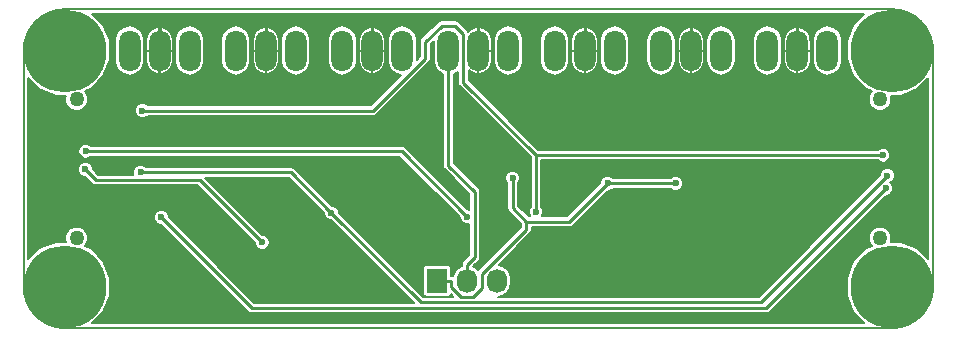
<source format=gbl>
G04 #@! TF.FileFunction,Copper,L2,Bot,Signal*
%FSLAX46Y46*%
G04 Gerber Fmt 4.6, Leading zero omitted, Abs format (unit mm)*
G04 Created by KiCad (PCBNEW 4.0.2-stable) date 31/05/2016 22:00:56*
%MOMM*%
G01*
G04 APERTURE LIST*
%ADD10C,0.100000*%
%ADD11C,0.150000*%
%ADD12R,1.727200X2.032000*%
%ADD13O,1.727200X2.032000*%
%ADD14C,7.000000*%
%ADD15C,1.270000*%
%ADD16O,1.800860X3.500120*%
%ADD17C,0.600000*%
%ADD18C,0.250000*%
%ADD19C,0.149860*%
G04 APERTURE END LIST*
D10*
D11*
X75000000Y28500000D02*
X5000000Y28500000D01*
X5000000Y1500000D02*
X75000000Y1500000D01*
X78500000Y25000000D02*
G75*
G03X75000000Y28500000I-3500000J0D01*
G01*
X75000000Y1500000D02*
G75*
G03X78500000Y5000000I0J3500000D01*
G01*
X78500000Y25000000D02*
X78500000Y5000000D01*
X1500000Y25000000D02*
X1500000Y5000000D01*
X5000000Y28500000D02*
G75*
G03X1500000Y25000000I0J-3500000D01*
G01*
X1500000Y5000000D02*
G75*
G03X5000000Y1500000I3500000J0D01*
G01*
D12*
X36500000Y5500000D03*
D13*
X39040000Y5500000D03*
X41580000Y5500000D03*
D14*
X5000000Y25000000D03*
X75000000Y25000000D03*
X75000000Y5000000D03*
X5000000Y5000000D03*
D15*
X6000000Y9130000D03*
X6000000Y20870000D03*
X74000000Y9130000D03*
X74000000Y20870000D03*
D16*
X10460000Y25000000D03*
X13000000Y25000000D03*
X15540000Y25000000D03*
X19460000Y25000000D03*
X22000000Y25000000D03*
X24540000Y25000000D03*
X28460000Y25000000D03*
X31000000Y25000000D03*
X33540000Y25000000D03*
X37460000Y25000000D03*
X40000000Y25000000D03*
X42540000Y25000000D03*
X46460000Y25000000D03*
X49000000Y25000000D03*
X51540000Y25000000D03*
X55460000Y25000000D03*
X58000000Y25000000D03*
X60540000Y25000000D03*
X64460000Y25000000D03*
X67000000Y25000000D03*
X69540000Y25000000D03*
D17*
X42895400Y14206900D03*
X50939100Y13750000D03*
X56713000Y13750000D03*
X3250000Y18500000D03*
X43176000Y9913100D03*
X34181000Y10205500D03*
X50984000Y10878400D03*
X67300000Y11200000D03*
X59750000Y10893300D03*
X18412000Y10208900D03*
X26167000Y9869200D03*
X69975000Y18416700D03*
X13160000Y10883900D03*
X74493400Y13340700D03*
X27562500Y11250000D03*
X74627100Y14407000D03*
X11398200Y14674400D03*
X6721300Y14937500D03*
X21686400Y8755200D03*
X74261300Y16147500D03*
X11553200Y19914500D03*
X44873500Y11338400D03*
X39062600Y10911700D03*
X6763500Y16478800D03*
D18*
X36500000Y5500000D02*
X37688900Y5500000D01*
X44070100Y9845700D02*
X44070100Y10501800D01*
X40300400Y6076000D02*
X44070100Y9845700D01*
X40300400Y4879000D02*
X40300400Y6076000D01*
X39562800Y4141400D02*
X40300400Y4879000D01*
X38527400Y4141400D02*
X39562800Y4141400D01*
X37688900Y4979900D02*
X38527400Y4141400D01*
X37688900Y5500000D02*
X37688900Y4979900D01*
X42895400Y11676500D02*
X42895400Y14206900D01*
X44070100Y10501800D02*
X42895400Y11676500D01*
X47690900Y10501800D02*
X50939100Y13750000D01*
X44070100Y10501800D02*
X47690900Y10501800D01*
X50939100Y13750000D02*
X56713000Y13750000D01*
X22000000Y27750000D02*
X22000000Y25000000D01*
X31000000Y27750000D02*
X31000000Y25000000D01*
X40000000Y27750000D02*
X40000000Y25000000D01*
X49000000Y27750000D02*
X49000000Y25000000D01*
X58000000Y27750000D02*
X58000000Y25000000D01*
X67000000Y27250000D02*
X67000000Y25000000D01*
X66500000Y27750000D02*
X67000000Y27250000D01*
X58000000Y27750000D02*
X66500000Y27750000D01*
X49000000Y27750000D02*
X58000000Y27750000D01*
X40000000Y27750000D02*
X49000000Y27750000D01*
X31000000Y27750000D02*
X40000000Y27750000D01*
X13750000Y27750000D02*
X22000000Y27750000D01*
X13000000Y27000000D02*
X13750000Y27750000D01*
X13000000Y25000000D02*
X13000000Y27000000D01*
X22000000Y27750000D02*
X31000000Y27750000D01*
X39698000Y7499300D02*
X39040000Y6841300D01*
X39698000Y13014900D02*
X39698000Y7499300D01*
X37460000Y15252900D02*
X39698000Y13014900D01*
X37460000Y25000000D02*
X37460000Y15252900D01*
X39040000Y5500000D02*
X39040000Y6841300D01*
X64350200Y3197500D02*
X74493400Y13340700D01*
X20846400Y3197500D02*
X64350200Y3197500D01*
X13160000Y10883900D02*
X20846400Y3197500D01*
X35121500Y3691000D02*
X27562500Y11250000D01*
X63911100Y3691000D02*
X35121500Y3691000D01*
X74627100Y14407000D02*
X63911100Y3691000D01*
X24138100Y14674400D02*
X11398200Y14674400D01*
X27562500Y11250000D02*
X24138100Y14674400D01*
X16392500Y14049100D02*
X21686400Y8755200D01*
X7609700Y14049100D02*
X16392500Y14049100D01*
X6721300Y14937500D02*
X7609700Y14049100D01*
X44873500Y11338400D02*
X44873500Y16147500D01*
X74261300Y16147500D02*
X44873500Y16147500D01*
X31094900Y19914500D02*
X11553200Y19914500D01*
X35500000Y24319600D02*
X31094900Y19914500D01*
X35500000Y25714900D02*
X35500000Y24319600D01*
X36901200Y27116100D02*
X35500000Y25714900D01*
X37994800Y27116100D02*
X36901200Y27116100D01*
X38730000Y26380900D02*
X37994800Y27116100D01*
X38730000Y22291000D02*
X38730000Y26380900D01*
X44873500Y16147500D02*
X38730000Y22291000D01*
X33495500Y16478800D02*
X6763500Y16478800D01*
X39062600Y10911700D02*
X33495500Y16478800D01*
D19*
G36*
X71755884Y27171746D02*
X71171736Y25764963D01*
X71170407Y24241720D01*
X71752099Y22833919D01*
X72828254Y21755884D01*
X73318933Y21552136D01*
X73183296Y21416736D01*
X73036237Y21062579D01*
X73035903Y20679104D01*
X73182343Y20324691D01*
X73453264Y20053296D01*
X73807421Y19906237D01*
X74190896Y19905903D01*
X74545309Y20052343D01*
X74816704Y20323264D01*
X74963763Y20677421D01*
X74964097Y21060896D01*
X74918545Y21171140D01*
X75758280Y21170407D01*
X77166081Y21752099D01*
X78096070Y22680466D01*
X78096070Y7318177D01*
X77171746Y8244116D01*
X75764963Y8828264D01*
X74918744Y8829002D01*
X74963763Y8937421D01*
X74964097Y9320896D01*
X74817657Y9675309D01*
X74546736Y9946704D01*
X74192579Y10093763D01*
X73809104Y10094097D01*
X73454691Y9947657D01*
X73183296Y9676736D01*
X73036237Y9322579D01*
X73035903Y8939104D01*
X73182343Y8584691D01*
X73318620Y8448176D01*
X72833919Y8247901D01*
X71755884Y7171746D01*
X71171736Y5764963D01*
X71170407Y4241720D01*
X71752099Y2833919D01*
X72680466Y1903930D01*
X7318177Y1903930D01*
X8244116Y2828254D01*
X8828264Y4235037D01*
X8829593Y5758280D01*
X8247901Y7166081D01*
X7171746Y8244116D01*
X6681067Y8447864D01*
X6816704Y8583264D01*
X6963763Y8937421D01*
X6964097Y9320896D01*
X6817657Y9675309D01*
X6546736Y9946704D01*
X6192579Y10093763D01*
X5809104Y10094097D01*
X5454691Y9947657D01*
X5183296Y9676736D01*
X5036237Y9322579D01*
X5035903Y8939104D01*
X5081455Y8828860D01*
X4241720Y8829593D01*
X2833919Y8247901D01*
X1903930Y7319534D01*
X1903930Y14812947D01*
X6092262Y14812947D01*
X6187809Y14581705D01*
X6364575Y14404630D01*
X6595649Y14308680D01*
X6708264Y14308582D01*
X7288723Y13728123D01*
X7435989Y13629723D01*
X7609700Y13595170D01*
X16204476Y13595170D01*
X21057459Y8742187D01*
X21057362Y8630647D01*
X21152909Y8399405D01*
X21329675Y8222330D01*
X21560749Y8126380D01*
X21810953Y8126162D01*
X22042195Y8221709D01*
X22219270Y8398475D01*
X22315220Y8629549D01*
X22315438Y8879753D01*
X22219891Y9110995D01*
X22043125Y9288070D01*
X21812051Y9384020D01*
X21699436Y9384118D01*
X16863084Y14220470D01*
X23950076Y14220470D01*
X26933559Y11236987D01*
X26933462Y11125447D01*
X27029009Y10894205D01*
X27205775Y10717130D01*
X27436849Y10621180D01*
X27549464Y10621082D01*
X34519116Y3651430D01*
X21034424Y3651430D01*
X13788941Y10896913D01*
X13789038Y11008453D01*
X13693491Y11239695D01*
X13516725Y11416770D01*
X13285651Y11512720D01*
X13035447Y11512938D01*
X12804205Y11417391D01*
X12627130Y11240625D01*
X12531180Y11009551D01*
X12530962Y10759347D01*
X12626509Y10528105D01*
X12803275Y10351030D01*
X13034349Y10255080D01*
X13146964Y10254982D01*
X20525423Y2876523D01*
X20672689Y2778123D01*
X20846400Y2743570D01*
X64350200Y2743570D01*
X64523912Y2778123D01*
X64671177Y2876523D01*
X74506413Y12711759D01*
X74617953Y12711662D01*
X74849195Y12807209D01*
X75026270Y12983975D01*
X75122220Y13215049D01*
X75122438Y13465253D01*
X75026891Y13696495D01*
X74888940Y13834688D01*
X74982895Y13873509D01*
X75159970Y14050275D01*
X75255920Y14281349D01*
X75256138Y14531553D01*
X75160591Y14762795D01*
X74983825Y14939870D01*
X74752751Y15035820D01*
X74502547Y15036038D01*
X74271305Y14940491D01*
X74094230Y14763725D01*
X73998280Y14532651D01*
X73998182Y14420036D01*
X63723076Y4144930D01*
X41661488Y4144930D01*
X42036361Y4219497D01*
X42423246Y4478005D01*
X42681754Y4864890D01*
X42772530Y5321251D01*
X42772530Y5678749D01*
X42681754Y6135110D01*
X42423246Y6521995D01*
X42036361Y6780503D01*
X41711480Y6845126D01*
X44391077Y9524723D01*
X44489477Y9671988D01*
X44524030Y9845700D01*
X44524030Y10047870D01*
X47690900Y10047870D01*
X47864612Y10082423D01*
X48011877Y10180823D01*
X50952113Y13121059D01*
X51063653Y13120962D01*
X51294895Y13216509D01*
X51374595Y13296070D01*
X56277473Y13296070D01*
X56356275Y13217130D01*
X56587349Y13121180D01*
X56837553Y13120962D01*
X57068795Y13216509D01*
X57245870Y13393275D01*
X57341820Y13624349D01*
X57342038Y13874553D01*
X57246491Y14105795D01*
X57069725Y14282870D01*
X56838651Y14378820D01*
X56588447Y14379038D01*
X56357205Y14283491D01*
X56277505Y14203930D01*
X51374627Y14203930D01*
X51295825Y14282870D01*
X51064751Y14378820D01*
X50814547Y14379038D01*
X50583305Y14283491D01*
X50406230Y14106725D01*
X50310280Y13875651D01*
X50310182Y13763036D01*
X47502876Y10955730D01*
X45380380Y10955730D01*
X45406370Y10981675D01*
X45502320Y11212749D01*
X45502538Y11462953D01*
X45406991Y11694195D01*
X45327430Y11773895D01*
X45327430Y15693570D01*
X73825773Y15693570D01*
X73904575Y15614630D01*
X74135649Y15518680D01*
X74385853Y15518462D01*
X74617095Y15614009D01*
X74794170Y15790775D01*
X74890120Y16021849D01*
X74890338Y16272053D01*
X74794791Y16503295D01*
X74618025Y16680370D01*
X74386951Y16776320D01*
X74136747Y16776538D01*
X73905505Y16680991D01*
X73825805Y16601430D01*
X45061524Y16601430D01*
X39183930Y22479024D01*
X39183930Y23385647D01*
X39205247Y23353822D01*
X39570570Y23110317D01*
X39822723Y23039203D01*
X39998730Y23081348D01*
X39998730Y24998730D01*
X40001270Y24998730D01*
X40001270Y23081348D01*
X40177277Y23039203D01*
X40429430Y23110317D01*
X40794753Y23353822D01*
X41039082Y23718594D01*
X41125220Y24149100D01*
X41125220Y24998730D01*
X40001270Y24998730D01*
X39998730Y24998730D01*
X39978730Y24998730D01*
X39978730Y25001270D01*
X39998730Y25001270D01*
X39998730Y26918652D01*
X40001270Y26918652D01*
X40001270Y25001270D01*
X41125220Y25001270D01*
X41125220Y25850900D01*
X41117325Y25890360D01*
X41310640Y25890360D01*
X41310640Y24109640D01*
X41404219Y23639184D01*
X41670711Y23240351D01*
X42069544Y22973859D01*
X42540000Y22880280D01*
X43010456Y22973859D01*
X43409289Y23240351D01*
X43675781Y23639184D01*
X43769360Y24109640D01*
X43769360Y25890360D01*
X45230640Y25890360D01*
X45230640Y24109640D01*
X45324219Y23639184D01*
X45590711Y23240351D01*
X45989544Y22973859D01*
X46460000Y22880280D01*
X46930456Y22973859D01*
X47329289Y23240351D01*
X47595781Y23639184D01*
X47689360Y24109640D01*
X47689360Y24998730D01*
X47874780Y24998730D01*
X47874780Y24149100D01*
X47960918Y23718594D01*
X48205247Y23353822D01*
X48570570Y23110317D01*
X48822723Y23039203D01*
X48998730Y23081348D01*
X48998730Y24998730D01*
X49001270Y24998730D01*
X49001270Y23081348D01*
X49177277Y23039203D01*
X49429430Y23110317D01*
X49794753Y23353822D01*
X50039082Y23718594D01*
X50125220Y24149100D01*
X50125220Y24998730D01*
X49001270Y24998730D01*
X48998730Y24998730D01*
X47874780Y24998730D01*
X47689360Y24998730D01*
X47689360Y25850900D01*
X47874780Y25850900D01*
X47874780Y25001270D01*
X48998730Y25001270D01*
X48998730Y26918652D01*
X49001270Y26918652D01*
X49001270Y25001270D01*
X50125220Y25001270D01*
X50125220Y25850900D01*
X50117325Y25890360D01*
X50310640Y25890360D01*
X50310640Y24109640D01*
X50404219Y23639184D01*
X50670711Y23240351D01*
X51069544Y22973859D01*
X51540000Y22880280D01*
X52010456Y22973859D01*
X52409289Y23240351D01*
X52675781Y23639184D01*
X52769360Y24109640D01*
X52769360Y25890360D01*
X54230640Y25890360D01*
X54230640Y24109640D01*
X54324219Y23639184D01*
X54590711Y23240351D01*
X54989544Y22973859D01*
X55460000Y22880280D01*
X55930456Y22973859D01*
X56329289Y23240351D01*
X56595781Y23639184D01*
X56689360Y24109640D01*
X56689360Y24998730D01*
X56874780Y24998730D01*
X56874780Y24149100D01*
X56960918Y23718594D01*
X57205247Y23353822D01*
X57570570Y23110317D01*
X57822723Y23039203D01*
X57998730Y23081348D01*
X57998730Y24998730D01*
X58001270Y24998730D01*
X58001270Y23081348D01*
X58177277Y23039203D01*
X58429430Y23110317D01*
X58794753Y23353822D01*
X59039082Y23718594D01*
X59125220Y24149100D01*
X59125220Y24998730D01*
X58001270Y24998730D01*
X57998730Y24998730D01*
X56874780Y24998730D01*
X56689360Y24998730D01*
X56689360Y25850900D01*
X56874780Y25850900D01*
X56874780Y25001270D01*
X57998730Y25001270D01*
X57998730Y26918652D01*
X58001270Y26918652D01*
X58001270Y25001270D01*
X59125220Y25001270D01*
X59125220Y25850900D01*
X59117325Y25890360D01*
X59310640Y25890360D01*
X59310640Y24109640D01*
X59404219Y23639184D01*
X59670711Y23240351D01*
X60069544Y22973859D01*
X60540000Y22880280D01*
X61010456Y22973859D01*
X61409289Y23240351D01*
X61675781Y23639184D01*
X61769360Y24109640D01*
X61769360Y25890360D01*
X63230640Y25890360D01*
X63230640Y24109640D01*
X63324219Y23639184D01*
X63590711Y23240351D01*
X63989544Y22973859D01*
X64460000Y22880280D01*
X64930456Y22973859D01*
X65329289Y23240351D01*
X65595781Y23639184D01*
X65689360Y24109640D01*
X65689360Y24998730D01*
X65874780Y24998730D01*
X65874780Y24149100D01*
X65960918Y23718594D01*
X66205247Y23353822D01*
X66570570Y23110317D01*
X66822723Y23039203D01*
X66998730Y23081348D01*
X66998730Y24998730D01*
X67001270Y24998730D01*
X67001270Y23081348D01*
X67177277Y23039203D01*
X67429430Y23110317D01*
X67794753Y23353822D01*
X68039082Y23718594D01*
X68125220Y24149100D01*
X68125220Y24998730D01*
X67001270Y24998730D01*
X66998730Y24998730D01*
X65874780Y24998730D01*
X65689360Y24998730D01*
X65689360Y25850900D01*
X65874780Y25850900D01*
X65874780Y25001270D01*
X66998730Y25001270D01*
X66998730Y26918652D01*
X67001270Y26918652D01*
X67001270Y25001270D01*
X68125220Y25001270D01*
X68125220Y25850900D01*
X68117325Y25890360D01*
X68310640Y25890360D01*
X68310640Y24109640D01*
X68404219Y23639184D01*
X68670711Y23240351D01*
X69069544Y22973859D01*
X69540000Y22880280D01*
X70010456Y22973859D01*
X70409289Y23240351D01*
X70675781Y23639184D01*
X70769360Y24109640D01*
X70769360Y25890360D01*
X70675781Y26360816D01*
X70409289Y26759649D01*
X70010456Y27026141D01*
X69540000Y27119720D01*
X69069544Y27026141D01*
X68670711Y26759649D01*
X68404219Y26360816D01*
X68310640Y25890360D01*
X68117325Y25890360D01*
X68039082Y26281406D01*
X67794753Y26646178D01*
X67429430Y26889683D01*
X67177277Y26960797D01*
X67001270Y26918652D01*
X66998730Y26918652D01*
X66822723Y26960797D01*
X66570570Y26889683D01*
X66205247Y26646178D01*
X65960918Y26281406D01*
X65874780Y25850900D01*
X65689360Y25850900D01*
X65689360Y25890360D01*
X65595781Y26360816D01*
X65329289Y26759649D01*
X64930456Y27026141D01*
X64460000Y27119720D01*
X63989544Y27026141D01*
X63590711Y26759649D01*
X63324219Y26360816D01*
X63230640Y25890360D01*
X61769360Y25890360D01*
X61675781Y26360816D01*
X61409289Y26759649D01*
X61010456Y27026141D01*
X60540000Y27119720D01*
X60069544Y27026141D01*
X59670711Y26759649D01*
X59404219Y26360816D01*
X59310640Y25890360D01*
X59117325Y25890360D01*
X59039082Y26281406D01*
X58794753Y26646178D01*
X58429430Y26889683D01*
X58177277Y26960797D01*
X58001270Y26918652D01*
X57998730Y26918652D01*
X57822723Y26960797D01*
X57570570Y26889683D01*
X57205247Y26646178D01*
X56960918Y26281406D01*
X56874780Y25850900D01*
X56689360Y25850900D01*
X56689360Y25890360D01*
X56595781Y26360816D01*
X56329289Y26759649D01*
X55930456Y27026141D01*
X55460000Y27119720D01*
X54989544Y27026141D01*
X54590711Y26759649D01*
X54324219Y26360816D01*
X54230640Y25890360D01*
X52769360Y25890360D01*
X52675781Y26360816D01*
X52409289Y26759649D01*
X52010456Y27026141D01*
X51540000Y27119720D01*
X51069544Y27026141D01*
X50670711Y26759649D01*
X50404219Y26360816D01*
X50310640Y25890360D01*
X50117325Y25890360D01*
X50039082Y26281406D01*
X49794753Y26646178D01*
X49429430Y26889683D01*
X49177277Y26960797D01*
X49001270Y26918652D01*
X48998730Y26918652D01*
X48822723Y26960797D01*
X48570570Y26889683D01*
X48205247Y26646178D01*
X47960918Y26281406D01*
X47874780Y25850900D01*
X47689360Y25850900D01*
X47689360Y25890360D01*
X47595781Y26360816D01*
X47329289Y26759649D01*
X46930456Y27026141D01*
X46460000Y27119720D01*
X45989544Y27026141D01*
X45590711Y26759649D01*
X45324219Y26360816D01*
X45230640Y25890360D01*
X43769360Y25890360D01*
X43675781Y26360816D01*
X43409289Y26759649D01*
X43010456Y27026141D01*
X42540000Y27119720D01*
X42069544Y27026141D01*
X41670711Y26759649D01*
X41404219Y26360816D01*
X41310640Y25890360D01*
X41117325Y25890360D01*
X41039082Y26281406D01*
X40794753Y26646178D01*
X40429430Y26889683D01*
X40177277Y26960797D01*
X40001270Y26918652D01*
X39998730Y26918652D01*
X39822723Y26960797D01*
X39570570Y26889683D01*
X39205247Y26646178D01*
X39146649Y26558694D01*
X39050977Y26701877D01*
X38315777Y27437077D01*
X38168512Y27535477D01*
X37994800Y27570030D01*
X36901200Y27570030D01*
X36727488Y27535477D01*
X36580223Y27437077D01*
X35179023Y26035877D01*
X35080623Y25888612D01*
X35080623Y25888611D01*
X35046070Y25714900D01*
X35046070Y24507624D01*
X34769360Y24230914D01*
X34769360Y25890360D01*
X34675781Y26360816D01*
X34409289Y26759649D01*
X34010456Y27026141D01*
X33540000Y27119720D01*
X33069544Y27026141D01*
X32670711Y26759649D01*
X32404219Y26360816D01*
X32310640Y25890360D01*
X32310640Y24109640D01*
X32404219Y23639184D01*
X32670711Y23240351D01*
X33069544Y22973859D01*
X33438847Y22900401D01*
X30906876Y20368430D01*
X11988727Y20368430D01*
X11909925Y20447370D01*
X11678851Y20543320D01*
X11428647Y20543538D01*
X11197405Y20447991D01*
X11020330Y20271225D01*
X10924380Y20040151D01*
X10924162Y19789947D01*
X11019709Y19558705D01*
X11196475Y19381630D01*
X11427549Y19285680D01*
X11677753Y19285462D01*
X11908995Y19381009D01*
X11988695Y19460570D01*
X31094900Y19460570D01*
X31268612Y19495123D01*
X31415877Y19593523D01*
X35820977Y23998623D01*
X35919376Y24145888D01*
X35919377Y24145889D01*
X35953930Y24319600D01*
X35953930Y25526876D01*
X36230640Y25803586D01*
X36230640Y24109640D01*
X36324219Y23639184D01*
X36590711Y23240351D01*
X36989544Y22973859D01*
X37006070Y22970572D01*
X37006070Y15252900D01*
X37040623Y15079188D01*
X37139023Y14931923D01*
X39244070Y12826876D01*
X39244070Y11517342D01*
X39188251Y11540520D01*
X39075636Y11540618D01*
X33816477Y16799777D01*
X33669212Y16898177D01*
X33495500Y16932730D01*
X7199027Y16932730D01*
X7120225Y17011670D01*
X6889151Y17107620D01*
X6638947Y17107838D01*
X6407705Y17012291D01*
X6230630Y16835525D01*
X6134680Y16604451D01*
X6134462Y16354247D01*
X6230009Y16123005D01*
X6406775Y15945930D01*
X6637849Y15849980D01*
X6888053Y15849762D01*
X7119295Y15945309D01*
X7198995Y16024870D01*
X33307476Y16024870D01*
X38433659Y10898687D01*
X38433562Y10787147D01*
X38529109Y10555905D01*
X38705875Y10378830D01*
X38936949Y10282880D01*
X39187153Y10282662D01*
X39244070Y10306180D01*
X39244070Y7687324D01*
X38719023Y7162277D01*
X38620623Y7015012D01*
X38620623Y7015011D01*
X38586070Y6841300D01*
X38586070Y6780987D01*
X38583639Y6780503D01*
X38196754Y6521995D01*
X37938246Y6135110D01*
X37891495Y5900077D01*
X37862611Y5919377D01*
X37698974Y5951926D01*
X37698974Y6516000D01*
X37676038Y6637894D01*
X37603999Y6749847D01*
X37494079Y6824951D01*
X37363600Y6851374D01*
X35636400Y6851374D01*
X35514506Y6828438D01*
X35402553Y6756399D01*
X35327449Y6646479D01*
X35301026Y6516000D01*
X35301026Y4484000D01*
X35323962Y4362106D01*
X35396001Y4250153D01*
X35505921Y4175049D01*
X35636400Y4148626D01*
X37363600Y4148626D01*
X37485494Y4171562D01*
X37597447Y4243601D01*
X37672551Y4353521D01*
X37672681Y4354165D01*
X37881916Y4144930D01*
X35309524Y4144930D01*
X28191441Y11263013D01*
X28191538Y11374553D01*
X28095991Y11605795D01*
X27919225Y11782870D01*
X27688151Y11878820D01*
X27575536Y11878918D01*
X24459077Y14995377D01*
X24311812Y15093777D01*
X24138100Y15128330D01*
X11833727Y15128330D01*
X11754925Y15207270D01*
X11523851Y15303220D01*
X11273647Y15303438D01*
X11042405Y15207891D01*
X10865330Y15031125D01*
X10769380Y14800051D01*
X10769162Y14549847D01*
X10788506Y14503030D01*
X7797724Y14503030D01*
X7350241Y14950513D01*
X7350338Y15062053D01*
X7254791Y15293295D01*
X7078025Y15470370D01*
X6846951Y15566320D01*
X6596747Y15566538D01*
X6365505Y15470991D01*
X6188430Y15294225D01*
X6092480Y15063151D01*
X6092262Y14812947D01*
X1903930Y14812947D01*
X1903930Y22681823D01*
X2828254Y21755884D01*
X4235037Y21171736D01*
X5081256Y21170998D01*
X5036237Y21062579D01*
X5035903Y20679104D01*
X5182343Y20324691D01*
X5453264Y20053296D01*
X5807421Y19906237D01*
X6190896Y19905903D01*
X6545309Y20052343D01*
X6816704Y20323264D01*
X6963763Y20677421D01*
X6964097Y21060896D01*
X6817657Y21415309D01*
X6681380Y21551824D01*
X7166081Y21752099D01*
X8244116Y22828254D01*
X8828264Y24235037D01*
X8829593Y25758280D01*
X8775019Y25890360D01*
X9230640Y25890360D01*
X9230640Y24109640D01*
X9324219Y23639184D01*
X9590711Y23240351D01*
X9989544Y22973859D01*
X10460000Y22880280D01*
X10930456Y22973859D01*
X11329289Y23240351D01*
X11595781Y23639184D01*
X11689360Y24109640D01*
X11689360Y24998730D01*
X11874780Y24998730D01*
X11874780Y24149100D01*
X11960918Y23718594D01*
X12205247Y23353822D01*
X12570570Y23110317D01*
X12822723Y23039203D01*
X12998730Y23081348D01*
X12998730Y24998730D01*
X13001270Y24998730D01*
X13001270Y23081348D01*
X13177277Y23039203D01*
X13429430Y23110317D01*
X13794753Y23353822D01*
X14039082Y23718594D01*
X14125220Y24149100D01*
X14125220Y24998730D01*
X13001270Y24998730D01*
X12998730Y24998730D01*
X11874780Y24998730D01*
X11689360Y24998730D01*
X11689360Y25850900D01*
X11874780Y25850900D01*
X11874780Y25001270D01*
X12998730Y25001270D01*
X12998730Y26918652D01*
X13001270Y26918652D01*
X13001270Y25001270D01*
X14125220Y25001270D01*
X14125220Y25850900D01*
X14117325Y25890360D01*
X14310640Y25890360D01*
X14310640Y24109640D01*
X14404219Y23639184D01*
X14670711Y23240351D01*
X15069544Y22973859D01*
X15540000Y22880280D01*
X16010456Y22973859D01*
X16409289Y23240351D01*
X16675781Y23639184D01*
X16769360Y24109640D01*
X16769360Y25890360D01*
X18230640Y25890360D01*
X18230640Y24109640D01*
X18324219Y23639184D01*
X18590711Y23240351D01*
X18989544Y22973859D01*
X19460000Y22880280D01*
X19930456Y22973859D01*
X20329289Y23240351D01*
X20595781Y23639184D01*
X20689360Y24109640D01*
X20689360Y24998730D01*
X20874780Y24998730D01*
X20874780Y24149100D01*
X20960918Y23718594D01*
X21205247Y23353822D01*
X21570570Y23110317D01*
X21822723Y23039203D01*
X21998730Y23081348D01*
X21998730Y24998730D01*
X22001270Y24998730D01*
X22001270Y23081348D01*
X22177277Y23039203D01*
X22429430Y23110317D01*
X22794753Y23353822D01*
X23039082Y23718594D01*
X23125220Y24149100D01*
X23125220Y24998730D01*
X22001270Y24998730D01*
X21998730Y24998730D01*
X20874780Y24998730D01*
X20689360Y24998730D01*
X20689360Y25850900D01*
X20874780Y25850900D01*
X20874780Y25001270D01*
X21998730Y25001270D01*
X21998730Y26918652D01*
X22001270Y26918652D01*
X22001270Y25001270D01*
X23125220Y25001270D01*
X23125220Y25850900D01*
X23117325Y25890360D01*
X23310640Y25890360D01*
X23310640Y24109640D01*
X23404219Y23639184D01*
X23670711Y23240351D01*
X24069544Y22973859D01*
X24540000Y22880280D01*
X25010456Y22973859D01*
X25409289Y23240351D01*
X25675781Y23639184D01*
X25769360Y24109640D01*
X25769360Y25890360D01*
X27230640Y25890360D01*
X27230640Y24109640D01*
X27324219Y23639184D01*
X27590711Y23240351D01*
X27989544Y22973859D01*
X28460000Y22880280D01*
X28930456Y22973859D01*
X29329289Y23240351D01*
X29595781Y23639184D01*
X29689360Y24109640D01*
X29689360Y24998730D01*
X29874780Y24998730D01*
X29874780Y24149100D01*
X29960918Y23718594D01*
X30205247Y23353822D01*
X30570570Y23110317D01*
X30822723Y23039203D01*
X30998730Y23081348D01*
X30998730Y24998730D01*
X31001270Y24998730D01*
X31001270Y23081348D01*
X31177277Y23039203D01*
X31429430Y23110317D01*
X31794753Y23353822D01*
X32039082Y23718594D01*
X32125220Y24149100D01*
X32125220Y24998730D01*
X31001270Y24998730D01*
X30998730Y24998730D01*
X29874780Y24998730D01*
X29689360Y24998730D01*
X29689360Y25850900D01*
X29874780Y25850900D01*
X29874780Y25001270D01*
X30998730Y25001270D01*
X30998730Y26918652D01*
X31001270Y26918652D01*
X31001270Y25001270D01*
X32125220Y25001270D01*
X32125220Y25850900D01*
X32039082Y26281406D01*
X31794753Y26646178D01*
X31429430Y26889683D01*
X31177277Y26960797D01*
X31001270Y26918652D01*
X30998730Y26918652D01*
X30822723Y26960797D01*
X30570570Y26889683D01*
X30205247Y26646178D01*
X29960918Y26281406D01*
X29874780Y25850900D01*
X29689360Y25850900D01*
X29689360Y25890360D01*
X29595781Y26360816D01*
X29329289Y26759649D01*
X28930456Y27026141D01*
X28460000Y27119720D01*
X27989544Y27026141D01*
X27590711Y26759649D01*
X27324219Y26360816D01*
X27230640Y25890360D01*
X25769360Y25890360D01*
X25675781Y26360816D01*
X25409289Y26759649D01*
X25010456Y27026141D01*
X24540000Y27119720D01*
X24069544Y27026141D01*
X23670711Y26759649D01*
X23404219Y26360816D01*
X23310640Y25890360D01*
X23117325Y25890360D01*
X23039082Y26281406D01*
X22794753Y26646178D01*
X22429430Y26889683D01*
X22177277Y26960797D01*
X22001270Y26918652D01*
X21998730Y26918652D01*
X21822723Y26960797D01*
X21570570Y26889683D01*
X21205247Y26646178D01*
X20960918Y26281406D01*
X20874780Y25850900D01*
X20689360Y25850900D01*
X20689360Y25890360D01*
X20595781Y26360816D01*
X20329289Y26759649D01*
X19930456Y27026141D01*
X19460000Y27119720D01*
X18989544Y27026141D01*
X18590711Y26759649D01*
X18324219Y26360816D01*
X18230640Y25890360D01*
X16769360Y25890360D01*
X16675781Y26360816D01*
X16409289Y26759649D01*
X16010456Y27026141D01*
X15540000Y27119720D01*
X15069544Y27026141D01*
X14670711Y26759649D01*
X14404219Y26360816D01*
X14310640Y25890360D01*
X14117325Y25890360D01*
X14039082Y26281406D01*
X13794753Y26646178D01*
X13429430Y26889683D01*
X13177277Y26960797D01*
X13001270Y26918652D01*
X12998730Y26918652D01*
X12822723Y26960797D01*
X12570570Y26889683D01*
X12205247Y26646178D01*
X11960918Y26281406D01*
X11874780Y25850900D01*
X11689360Y25850900D01*
X11689360Y25890360D01*
X11595781Y26360816D01*
X11329289Y26759649D01*
X10930456Y27026141D01*
X10460000Y27119720D01*
X9989544Y27026141D01*
X9590711Y26759649D01*
X9324219Y26360816D01*
X9230640Y25890360D01*
X8775019Y25890360D01*
X8247901Y27166081D01*
X7319534Y28096070D01*
X72681823Y28096070D01*
X71755884Y27171746D01*
X71755884Y27171746D01*
G37*
X71755884Y27171746D02*
X71171736Y25764963D01*
X71170407Y24241720D01*
X71752099Y22833919D01*
X72828254Y21755884D01*
X73318933Y21552136D01*
X73183296Y21416736D01*
X73036237Y21062579D01*
X73035903Y20679104D01*
X73182343Y20324691D01*
X73453264Y20053296D01*
X73807421Y19906237D01*
X74190896Y19905903D01*
X74545309Y20052343D01*
X74816704Y20323264D01*
X74963763Y20677421D01*
X74964097Y21060896D01*
X74918545Y21171140D01*
X75758280Y21170407D01*
X77166081Y21752099D01*
X78096070Y22680466D01*
X78096070Y7318177D01*
X77171746Y8244116D01*
X75764963Y8828264D01*
X74918744Y8829002D01*
X74963763Y8937421D01*
X74964097Y9320896D01*
X74817657Y9675309D01*
X74546736Y9946704D01*
X74192579Y10093763D01*
X73809104Y10094097D01*
X73454691Y9947657D01*
X73183296Y9676736D01*
X73036237Y9322579D01*
X73035903Y8939104D01*
X73182343Y8584691D01*
X73318620Y8448176D01*
X72833919Y8247901D01*
X71755884Y7171746D01*
X71171736Y5764963D01*
X71170407Y4241720D01*
X71752099Y2833919D01*
X72680466Y1903930D01*
X7318177Y1903930D01*
X8244116Y2828254D01*
X8828264Y4235037D01*
X8829593Y5758280D01*
X8247901Y7166081D01*
X7171746Y8244116D01*
X6681067Y8447864D01*
X6816704Y8583264D01*
X6963763Y8937421D01*
X6964097Y9320896D01*
X6817657Y9675309D01*
X6546736Y9946704D01*
X6192579Y10093763D01*
X5809104Y10094097D01*
X5454691Y9947657D01*
X5183296Y9676736D01*
X5036237Y9322579D01*
X5035903Y8939104D01*
X5081455Y8828860D01*
X4241720Y8829593D01*
X2833919Y8247901D01*
X1903930Y7319534D01*
X1903930Y14812947D01*
X6092262Y14812947D01*
X6187809Y14581705D01*
X6364575Y14404630D01*
X6595649Y14308680D01*
X6708264Y14308582D01*
X7288723Y13728123D01*
X7435989Y13629723D01*
X7609700Y13595170D01*
X16204476Y13595170D01*
X21057459Y8742187D01*
X21057362Y8630647D01*
X21152909Y8399405D01*
X21329675Y8222330D01*
X21560749Y8126380D01*
X21810953Y8126162D01*
X22042195Y8221709D01*
X22219270Y8398475D01*
X22315220Y8629549D01*
X22315438Y8879753D01*
X22219891Y9110995D01*
X22043125Y9288070D01*
X21812051Y9384020D01*
X21699436Y9384118D01*
X16863084Y14220470D01*
X23950076Y14220470D01*
X26933559Y11236987D01*
X26933462Y11125447D01*
X27029009Y10894205D01*
X27205775Y10717130D01*
X27436849Y10621180D01*
X27549464Y10621082D01*
X34519116Y3651430D01*
X21034424Y3651430D01*
X13788941Y10896913D01*
X13789038Y11008453D01*
X13693491Y11239695D01*
X13516725Y11416770D01*
X13285651Y11512720D01*
X13035447Y11512938D01*
X12804205Y11417391D01*
X12627130Y11240625D01*
X12531180Y11009551D01*
X12530962Y10759347D01*
X12626509Y10528105D01*
X12803275Y10351030D01*
X13034349Y10255080D01*
X13146964Y10254982D01*
X20525423Y2876523D01*
X20672689Y2778123D01*
X20846400Y2743570D01*
X64350200Y2743570D01*
X64523912Y2778123D01*
X64671177Y2876523D01*
X74506413Y12711759D01*
X74617953Y12711662D01*
X74849195Y12807209D01*
X75026270Y12983975D01*
X75122220Y13215049D01*
X75122438Y13465253D01*
X75026891Y13696495D01*
X74888940Y13834688D01*
X74982895Y13873509D01*
X75159970Y14050275D01*
X75255920Y14281349D01*
X75256138Y14531553D01*
X75160591Y14762795D01*
X74983825Y14939870D01*
X74752751Y15035820D01*
X74502547Y15036038D01*
X74271305Y14940491D01*
X74094230Y14763725D01*
X73998280Y14532651D01*
X73998182Y14420036D01*
X63723076Y4144930D01*
X41661488Y4144930D01*
X42036361Y4219497D01*
X42423246Y4478005D01*
X42681754Y4864890D01*
X42772530Y5321251D01*
X42772530Y5678749D01*
X42681754Y6135110D01*
X42423246Y6521995D01*
X42036361Y6780503D01*
X41711480Y6845126D01*
X44391077Y9524723D01*
X44489477Y9671988D01*
X44524030Y9845700D01*
X44524030Y10047870D01*
X47690900Y10047870D01*
X47864612Y10082423D01*
X48011877Y10180823D01*
X50952113Y13121059D01*
X51063653Y13120962D01*
X51294895Y13216509D01*
X51374595Y13296070D01*
X56277473Y13296070D01*
X56356275Y13217130D01*
X56587349Y13121180D01*
X56837553Y13120962D01*
X57068795Y13216509D01*
X57245870Y13393275D01*
X57341820Y13624349D01*
X57342038Y13874553D01*
X57246491Y14105795D01*
X57069725Y14282870D01*
X56838651Y14378820D01*
X56588447Y14379038D01*
X56357205Y14283491D01*
X56277505Y14203930D01*
X51374627Y14203930D01*
X51295825Y14282870D01*
X51064751Y14378820D01*
X50814547Y14379038D01*
X50583305Y14283491D01*
X50406230Y14106725D01*
X50310280Y13875651D01*
X50310182Y13763036D01*
X47502876Y10955730D01*
X45380380Y10955730D01*
X45406370Y10981675D01*
X45502320Y11212749D01*
X45502538Y11462953D01*
X45406991Y11694195D01*
X45327430Y11773895D01*
X45327430Y15693570D01*
X73825773Y15693570D01*
X73904575Y15614630D01*
X74135649Y15518680D01*
X74385853Y15518462D01*
X74617095Y15614009D01*
X74794170Y15790775D01*
X74890120Y16021849D01*
X74890338Y16272053D01*
X74794791Y16503295D01*
X74618025Y16680370D01*
X74386951Y16776320D01*
X74136747Y16776538D01*
X73905505Y16680991D01*
X73825805Y16601430D01*
X45061524Y16601430D01*
X39183930Y22479024D01*
X39183930Y23385647D01*
X39205247Y23353822D01*
X39570570Y23110317D01*
X39822723Y23039203D01*
X39998730Y23081348D01*
X39998730Y24998730D01*
X40001270Y24998730D01*
X40001270Y23081348D01*
X40177277Y23039203D01*
X40429430Y23110317D01*
X40794753Y23353822D01*
X41039082Y23718594D01*
X41125220Y24149100D01*
X41125220Y24998730D01*
X40001270Y24998730D01*
X39998730Y24998730D01*
X39978730Y24998730D01*
X39978730Y25001270D01*
X39998730Y25001270D01*
X39998730Y26918652D01*
X40001270Y26918652D01*
X40001270Y25001270D01*
X41125220Y25001270D01*
X41125220Y25850900D01*
X41117325Y25890360D01*
X41310640Y25890360D01*
X41310640Y24109640D01*
X41404219Y23639184D01*
X41670711Y23240351D01*
X42069544Y22973859D01*
X42540000Y22880280D01*
X43010456Y22973859D01*
X43409289Y23240351D01*
X43675781Y23639184D01*
X43769360Y24109640D01*
X43769360Y25890360D01*
X45230640Y25890360D01*
X45230640Y24109640D01*
X45324219Y23639184D01*
X45590711Y23240351D01*
X45989544Y22973859D01*
X46460000Y22880280D01*
X46930456Y22973859D01*
X47329289Y23240351D01*
X47595781Y23639184D01*
X47689360Y24109640D01*
X47689360Y24998730D01*
X47874780Y24998730D01*
X47874780Y24149100D01*
X47960918Y23718594D01*
X48205247Y23353822D01*
X48570570Y23110317D01*
X48822723Y23039203D01*
X48998730Y23081348D01*
X48998730Y24998730D01*
X49001270Y24998730D01*
X49001270Y23081348D01*
X49177277Y23039203D01*
X49429430Y23110317D01*
X49794753Y23353822D01*
X50039082Y23718594D01*
X50125220Y24149100D01*
X50125220Y24998730D01*
X49001270Y24998730D01*
X48998730Y24998730D01*
X47874780Y24998730D01*
X47689360Y24998730D01*
X47689360Y25850900D01*
X47874780Y25850900D01*
X47874780Y25001270D01*
X48998730Y25001270D01*
X48998730Y26918652D01*
X49001270Y26918652D01*
X49001270Y25001270D01*
X50125220Y25001270D01*
X50125220Y25850900D01*
X50117325Y25890360D01*
X50310640Y25890360D01*
X50310640Y24109640D01*
X50404219Y23639184D01*
X50670711Y23240351D01*
X51069544Y22973859D01*
X51540000Y22880280D01*
X52010456Y22973859D01*
X52409289Y23240351D01*
X52675781Y23639184D01*
X52769360Y24109640D01*
X52769360Y25890360D01*
X54230640Y25890360D01*
X54230640Y24109640D01*
X54324219Y23639184D01*
X54590711Y23240351D01*
X54989544Y22973859D01*
X55460000Y22880280D01*
X55930456Y22973859D01*
X56329289Y23240351D01*
X56595781Y23639184D01*
X56689360Y24109640D01*
X56689360Y24998730D01*
X56874780Y24998730D01*
X56874780Y24149100D01*
X56960918Y23718594D01*
X57205247Y23353822D01*
X57570570Y23110317D01*
X57822723Y23039203D01*
X57998730Y23081348D01*
X57998730Y24998730D01*
X58001270Y24998730D01*
X58001270Y23081348D01*
X58177277Y23039203D01*
X58429430Y23110317D01*
X58794753Y23353822D01*
X59039082Y23718594D01*
X59125220Y24149100D01*
X59125220Y24998730D01*
X58001270Y24998730D01*
X57998730Y24998730D01*
X56874780Y24998730D01*
X56689360Y24998730D01*
X56689360Y25850900D01*
X56874780Y25850900D01*
X56874780Y25001270D01*
X57998730Y25001270D01*
X57998730Y26918652D01*
X58001270Y26918652D01*
X58001270Y25001270D01*
X59125220Y25001270D01*
X59125220Y25850900D01*
X59117325Y25890360D01*
X59310640Y25890360D01*
X59310640Y24109640D01*
X59404219Y23639184D01*
X59670711Y23240351D01*
X60069544Y22973859D01*
X60540000Y22880280D01*
X61010456Y22973859D01*
X61409289Y23240351D01*
X61675781Y23639184D01*
X61769360Y24109640D01*
X61769360Y25890360D01*
X63230640Y25890360D01*
X63230640Y24109640D01*
X63324219Y23639184D01*
X63590711Y23240351D01*
X63989544Y22973859D01*
X64460000Y22880280D01*
X64930456Y22973859D01*
X65329289Y23240351D01*
X65595781Y23639184D01*
X65689360Y24109640D01*
X65689360Y24998730D01*
X65874780Y24998730D01*
X65874780Y24149100D01*
X65960918Y23718594D01*
X66205247Y23353822D01*
X66570570Y23110317D01*
X66822723Y23039203D01*
X66998730Y23081348D01*
X66998730Y24998730D01*
X67001270Y24998730D01*
X67001270Y23081348D01*
X67177277Y23039203D01*
X67429430Y23110317D01*
X67794753Y23353822D01*
X68039082Y23718594D01*
X68125220Y24149100D01*
X68125220Y24998730D01*
X67001270Y24998730D01*
X66998730Y24998730D01*
X65874780Y24998730D01*
X65689360Y24998730D01*
X65689360Y25850900D01*
X65874780Y25850900D01*
X65874780Y25001270D01*
X66998730Y25001270D01*
X66998730Y26918652D01*
X67001270Y26918652D01*
X67001270Y25001270D01*
X68125220Y25001270D01*
X68125220Y25850900D01*
X68117325Y25890360D01*
X68310640Y25890360D01*
X68310640Y24109640D01*
X68404219Y23639184D01*
X68670711Y23240351D01*
X69069544Y22973859D01*
X69540000Y22880280D01*
X70010456Y22973859D01*
X70409289Y23240351D01*
X70675781Y23639184D01*
X70769360Y24109640D01*
X70769360Y25890360D01*
X70675781Y26360816D01*
X70409289Y26759649D01*
X70010456Y27026141D01*
X69540000Y27119720D01*
X69069544Y27026141D01*
X68670711Y26759649D01*
X68404219Y26360816D01*
X68310640Y25890360D01*
X68117325Y25890360D01*
X68039082Y26281406D01*
X67794753Y26646178D01*
X67429430Y26889683D01*
X67177277Y26960797D01*
X67001270Y26918652D01*
X66998730Y26918652D01*
X66822723Y26960797D01*
X66570570Y26889683D01*
X66205247Y26646178D01*
X65960918Y26281406D01*
X65874780Y25850900D01*
X65689360Y25850900D01*
X65689360Y25890360D01*
X65595781Y26360816D01*
X65329289Y26759649D01*
X64930456Y27026141D01*
X64460000Y27119720D01*
X63989544Y27026141D01*
X63590711Y26759649D01*
X63324219Y26360816D01*
X63230640Y25890360D01*
X61769360Y25890360D01*
X61675781Y26360816D01*
X61409289Y26759649D01*
X61010456Y27026141D01*
X60540000Y27119720D01*
X60069544Y27026141D01*
X59670711Y26759649D01*
X59404219Y26360816D01*
X59310640Y25890360D01*
X59117325Y25890360D01*
X59039082Y26281406D01*
X58794753Y26646178D01*
X58429430Y26889683D01*
X58177277Y26960797D01*
X58001270Y26918652D01*
X57998730Y26918652D01*
X57822723Y26960797D01*
X57570570Y26889683D01*
X57205247Y26646178D01*
X56960918Y26281406D01*
X56874780Y25850900D01*
X56689360Y25850900D01*
X56689360Y25890360D01*
X56595781Y26360816D01*
X56329289Y26759649D01*
X55930456Y27026141D01*
X55460000Y27119720D01*
X54989544Y27026141D01*
X54590711Y26759649D01*
X54324219Y26360816D01*
X54230640Y25890360D01*
X52769360Y25890360D01*
X52675781Y26360816D01*
X52409289Y26759649D01*
X52010456Y27026141D01*
X51540000Y27119720D01*
X51069544Y27026141D01*
X50670711Y26759649D01*
X50404219Y26360816D01*
X50310640Y25890360D01*
X50117325Y25890360D01*
X50039082Y26281406D01*
X49794753Y26646178D01*
X49429430Y26889683D01*
X49177277Y26960797D01*
X49001270Y26918652D01*
X48998730Y26918652D01*
X48822723Y26960797D01*
X48570570Y26889683D01*
X48205247Y26646178D01*
X47960918Y26281406D01*
X47874780Y25850900D01*
X47689360Y25850900D01*
X47689360Y25890360D01*
X47595781Y26360816D01*
X47329289Y26759649D01*
X46930456Y27026141D01*
X46460000Y27119720D01*
X45989544Y27026141D01*
X45590711Y26759649D01*
X45324219Y26360816D01*
X45230640Y25890360D01*
X43769360Y25890360D01*
X43675781Y26360816D01*
X43409289Y26759649D01*
X43010456Y27026141D01*
X42540000Y27119720D01*
X42069544Y27026141D01*
X41670711Y26759649D01*
X41404219Y26360816D01*
X41310640Y25890360D01*
X41117325Y25890360D01*
X41039082Y26281406D01*
X40794753Y26646178D01*
X40429430Y26889683D01*
X40177277Y26960797D01*
X40001270Y26918652D01*
X39998730Y26918652D01*
X39822723Y26960797D01*
X39570570Y26889683D01*
X39205247Y26646178D01*
X39146649Y26558694D01*
X39050977Y26701877D01*
X38315777Y27437077D01*
X38168512Y27535477D01*
X37994800Y27570030D01*
X36901200Y27570030D01*
X36727488Y27535477D01*
X36580223Y27437077D01*
X35179023Y26035877D01*
X35080623Y25888612D01*
X35080623Y25888611D01*
X35046070Y25714900D01*
X35046070Y24507624D01*
X34769360Y24230914D01*
X34769360Y25890360D01*
X34675781Y26360816D01*
X34409289Y26759649D01*
X34010456Y27026141D01*
X33540000Y27119720D01*
X33069544Y27026141D01*
X32670711Y26759649D01*
X32404219Y26360816D01*
X32310640Y25890360D01*
X32310640Y24109640D01*
X32404219Y23639184D01*
X32670711Y23240351D01*
X33069544Y22973859D01*
X33438847Y22900401D01*
X30906876Y20368430D01*
X11988727Y20368430D01*
X11909925Y20447370D01*
X11678851Y20543320D01*
X11428647Y20543538D01*
X11197405Y20447991D01*
X11020330Y20271225D01*
X10924380Y20040151D01*
X10924162Y19789947D01*
X11019709Y19558705D01*
X11196475Y19381630D01*
X11427549Y19285680D01*
X11677753Y19285462D01*
X11908995Y19381009D01*
X11988695Y19460570D01*
X31094900Y19460570D01*
X31268612Y19495123D01*
X31415877Y19593523D01*
X35820977Y23998623D01*
X35919376Y24145888D01*
X35919377Y24145889D01*
X35953930Y24319600D01*
X35953930Y25526876D01*
X36230640Y25803586D01*
X36230640Y24109640D01*
X36324219Y23639184D01*
X36590711Y23240351D01*
X36989544Y22973859D01*
X37006070Y22970572D01*
X37006070Y15252900D01*
X37040623Y15079188D01*
X37139023Y14931923D01*
X39244070Y12826876D01*
X39244070Y11517342D01*
X39188251Y11540520D01*
X39075636Y11540618D01*
X33816477Y16799777D01*
X33669212Y16898177D01*
X33495500Y16932730D01*
X7199027Y16932730D01*
X7120225Y17011670D01*
X6889151Y17107620D01*
X6638947Y17107838D01*
X6407705Y17012291D01*
X6230630Y16835525D01*
X6134680Y16604451D01*
X6134462Y16354247D01*
X6230009Y16123005D01*
X6406775Y15945930D01*
X6637849Y15849980D01*
X6888053Y15849762D01*
X7119295Y15945309D01*
X7198995Y16024870D01*
X33307476Y16024870D01*
X38433659Y10898687D01*
X38433562Y10787147D01*
X38529109Y10555905D01*
X38705875Y10378830D01*
X38936949Y10282880D01*
X39187153Y10282662D01*
X39244070Y10306180D01*
X39244070Y7687324D01*
X38719023Y7162277D01*
X38620623Y7015012D01*
X38620623Y7015011D01*
X38586070Y6841300D01*
X38586070Y6780987D01*
X38583639Y6780503D01*
X38196754Y6521995D01*
X37938246Y6135110D01*
X37891495Y5900077D01*
X37862611Y5919377D01*
X37698974Y5951926D01*
X37698974Y6516000D01*
X37676038Y6637894D01*
X37603999Y6749847D01*
X37494079Y6824951D01*
X37363600Y6851374D01*
X35636400Y6851374D01*
X35514506Y6828438D01*
X35402553Y6756399D01*
X35327449Y6646479D01*
X35301026Y6516000D01*
X35301026Y4484000D01*
X35323962Y4362106D01*
X35396001Y4250153D01*
X35505921Y4175049D01*
X35636400Y4148626D01*
X37363600Y4148626D01*
X37485494Y4171562D01*
X37597447Y4243601D01*
X37672551Y4353521D01*
X37672681Y4354165D01*
X37881916Y4144930D01*
X35309524Y4144930D01*
X28191441Y11263013D01*
X28191538Y11374553D01*
X28095991Y11605795D01*
X27919225Y11782870D01*
X27688151Y11878820D01*
X27575536Y11878918D01*
X24459077Y14995377D01*
X24311812Y15093777D01*
X24138100Y15128330D01*
X11833727Y15128330D01*
X11754925Y15207270D01*
X11523851Y15303220D01*
X11273647Y15303438D01*
X11042405Y15207891D01*
X10865330Y15031125D01*
X10769380Y14800051D01*
X10769162Y14549847D01*
X10788506Y14503030D01*
X7797724Y14503030D01*
X7350241Y14950513D01*
X7350338Y15062053D01*
X7254791Y15293295D01*
X7078025Y15470370D01*
X6846951Y15566320D01*
X6596747Y15566538D01*
X6365505Y15470991D01*
X6188430Y15294225D01*
X6092480Y15063151D01*
X6092262Y14812947D01*
X1903930Y14812947D01*
X1903930Y22681823D01*
X2828254Y21755884D01*
X4235037Y21171736D01*
X5081256Y21170998D01*
X5036237Y21062579D01*
X5035903Y20679104D01*
X5182343Y20324691D01*
X5453264Y20053296D01*
X5807421Y19906237D01*
X6190896Y19905903D01*
X6545309Y20052343D01*
X6816704Y20323264D01*
X6963763Y20677421D01*
X6964097Y21060896D01*
X6817657Y21415309D01*
X6681380Y21551824D01*
X7166081Y21752099D01*
X8244116Y22828254D01*
X8828264Y24235037D01*
X8829593Y25758280D01*
X8775019Y25890360D01*
X9230640Y25890360D01*
X9230640Y24109640D01*
X9324219Y23639184D01*
X9590711Y23240351D01*
X9989544Y22973859D01*
X10460000Y22880280D01*
X10930456Y22973859D01*
X11329289Y23240351D01*
X11595781Y23639184D01*
X11689360Y24109640D01*
X11689360Y24998730D01*
X11874780Y24998730D01*
X11874780Y24149100D01*
X11960918Y23718594D01*
X12205247Y23353822D01*
X12570570Y23110317D01*
X12822723Y23039203D01*
X12998730Y23081348D01*
X12998730Y24998730D01*
X13001270Y24998730D01*
X13001270Y23081348D01*
X13177277Y23039203D01*
X13429430Y23110317D01*
X13794753Y23353822D01*
X14039082Y23718594D01*
X14125220Y24149100D01*
X14125220Y24998730D01*
X13001270Y24998730D01*
X12998730Y24998730D01*
X11874780Y24998730D01*
X11689360Y24998730D01*
X11689360Y25850900D01*
X11874780Y25850900D01*
X11874780Y25001270D01*
X12998730Y25001270D01*
X12998730Y26918652D01*
X13001270Y26918652D01*
X13001270Y25001270D01*
X14125220Y25001270D01*
X14125220Y25850900D01*
X14117325Y25890360D01*
X14310640Y25890360D01*
X14310640Y24109640D01*
X14404219Y23639184D01*
X14670711Y23240351D01*
X15069544Y22973859D01*
X15540000Y22880280D01*
X16010456Y22973859D01*
X16409289Y23240351D01*
X16675781Y23639184D01*
X16769360Y24109640D01*
X16769360Y25890360D01*
X18230640Y25890360D01*
X18230640Y24109640D01*
X18324219Y23639184D01*
X18590711Y23240351D01*
X18989544Y22973859D01*
X19460000Y22880280D01*
X19930456Y22973859D01*
X20329289Y23240351D01*
X20595781Y23639184D01*
X20689360Y24109640D01*
X20689360Y24998730D01*
X20874780Y24998730D01*
X20874780Y24149100D01*
X20960918Y23718594D01*
X21205247Y23353822D01*
X21570570Y23110317D01*
X21822723Y23039203D01*
X21998730Y23081348D01*
X21998730Y24998730D01*
X22001270Y24998730D01*
X22001270Y23081348D01*
X22177277Y23039203D01*
X22429430Y23110317D01*
X22794753Y23353822D01*
X23039082Y23718594D01*
X23125220Y24149100D01*
X23125220Y24998730D01*
X22001270Y24998730D01*
X21998730Y24998730D01*
X20874780Y24998730D01*
X20689360Y24998730D01*
X20689360Y25850900D01*
X20874780Y25850900D01*
X20874780Y25001270D01*
X21998730Y25001270D01*
X21998730Y26918652D01*
X22001270Y26918652D01*
X22001270Y25001270D01*
X23125220Y25001270D01*
X23125220Y25850900D01*
X23117325Y25890360D01*
X23310640Y25890360D01*
X23310640Y24109640D01*
X23404219Y23639184D01*
X23670711Y23240351D01*
X24069544Y22973859D01*
X24540000Y22880280D01*
X25010456Y22973859D01*
X25409289Y23240351D01*
X25675781Y23639184D01*
X25769360Y24109640D01*
X25769360Y25890360D01*
X27230640Y25890360D01*
X27230640Y24109640D01*
X27324219Y23639184D01*
X27590711Y23240351D01*
X27989544Y22973859D01*
X28460000Y22880280D01*
X28930456Y22973859D01*
X29329289Y23240351D01*
X29595781Y23639184D01*
X29689360Y24109640D01*
X29689360Y24998730D01*
X29874780Y24998730D01*
X29874780Y24149100D01*
X29960918Y23718594D01*
X30205247Y23353822D01*
X30570570Y23110317D01*
X30822723Y23039203D01*
X30998730Y23081348D01*
X30998730Y24998730D01*
X31001270Y24998730D01*
X31001270Y23081348D01*
X31177277Y23039203D01*
X31429430Y23110317D01*
X31794753Y23353822D01*
X32039082Y23718594D01*
X32125220Y24149100D01*
X32125220Y24998730D01*
X31001270Y24998730D01*
X30998730Y24998730D01*
X29874780Y24998730D01*
X29689360Y24998730D01*
X29689360Y25850900D01*
X29874780Y25850900D01*
X29874780Y25001270D01*
X30998730Y25001270D01*
X30998730Y26918652D01*
X31001270Y26918652D01*
X31001270Y25001270D01*
X32125220Y25001270D01*
X32125220Y25850900D01*
X32039082Y26281406D01*
X31794753Y26646178D01*
X31429430Y26889683D01*
X31177277Y26960797D01*
X31001270Y26918652D01*
X30998730Y26918652D01*
X30822723Y26960797D01*
X30570570Y26889683D01*
X30205247Y26646178D01*
X29960918Y26281406D01*
X29874780Y25850900D01*
X29689360Y25850900D01*
X29689360Y25890360D01*
X29595781Y26360816D01*
X29329289Y26759649D01*
X28930456Y27026141D01*
X28460000Y27119720D01*
X27989544Y27026141D01*
X27590711Y26759649D01*
X27324219Y26360816D01*
X27230640Y25890360D01*
X25769360Y25890360D01*
X25675781Y26360816D01*
X25409289Y26759649D01*
X25010456Y27026141D01*
X24540000Y27119720D01*
X24069544Y27026141D01*
X23670711Y26759649D01*
X23404219Y26360816D01*
X23310640Y25890360D01*
X23117325Y25890360D01*
X23039082Y26281406D01*
X22794753Y26646178D01*
X22429430Y26889683D01*
X22177277Y26960797D01*
X22001270Y26918652D01*
X21998730Y26918652D01*
X21822723Y26960797D01*
X21570570Y26889683D01*
X21205247Y26646178D01*
X20960918Y26281406D01*
X20874780Y25850900D01*
X20689360Y25850900D01*
X20689360Y25890360D01*
X20595781Y26360816D01*
X20329289Y26759649D01*
X19930456Y27026141D01*
X19460000Y27119720D01*
X18989544Y27026141D01*
X18590711Y26759649D01*
X18324219Y26360816D01*
X18230640Y25890360D01*
X16769360Y25890360D01*
X16675781Y26360816D01*
X16409289Y26759649D01*
X16010456Y27026141D01*
X15540000Y27119720D01*
X15069544Y27026141D01*
X14670711Y26759649D01*
X14404219Y26360816D01*
X14310640Y25890360D01*
X14117325Y25890360D01*
X14039082Y26281406D01*
X13794753Y26646178D01*
X13429430Y26889683D01*
X13177277Y26960797D01*
X13001270Y26918652D01*
X12998730Y26918652D01*
X12822723Y26960797D01*
X12570570Y26889683D01*
X12205247Y26646178D01*
X11960918Y26281406D01*
X11874780Y25850900D01*
X11689360Y25850900D01*
X11689360Y25890360D01*
X11595781Y26360816D01*
X11329289Y26759649D01*
X10930456Y27026141D01*
X10460000Y27119720D01*
X9989544Y27026141D01*
X9590711Y26759649D01*
X9324219Y26360816D01*
X9230640Y25890360D01*
X8775019Y25890360D01*
X8247901Y27166081D01*
X7319534Y28096070D01*
X72681823Y28096070D01*
X71755884Y27171746D01*
G36*
X38276070Y22291000D02*
X38310623Y22117288D01*
X38409023Y21970023D01*
X44419570Y15959476D01*
X44419570Y11773927D01*
X44340630Y11695125D01*
X44244680Y11464051D01*
X44244462Y11213847D01*
X44340009Y10982605D01*
X44366837Y10955730D01*
X44258124Y10955730D01*
X43349330Y11864524D01*
X43349330Y13771373D01*
X43428270Y13850175D01*
X43524220Y14081249D01*
X43524438Y14331453D01*
X43428891Y14562695D01*
X43252125Y14739770D01*
X43021051Y14835720D01*
X42770847Y14835938D01*
X42539605Y14740391D01*
X42362530Y14563625D01*
X42266580Y14332551D01*
X42266362Y14082347D01*
X42361909Y13851105D01*
X42441470Y13771405D01*
X42441470Y11676500D01*
X42476023Y11502788D01*
X42574423Y11355523D01*
X43616170Y10313776D01*
X43616170Y10033724D01*
X39979423Y6396977D01*
X39973102Y6387516D01*
X39883246Y6521995D01*
X39571171Y6730517D01*
X40018977Y7178323D01*
X40117377Y7325588D01*
X40151930Y7499300D01*
X40151930Y13014900D01*
X40117377Y13188611D01*
X40117377Y13188612D01*
X40018977Y13335877D01*
X37913930Y15440924D01*
X37913930Y22970572D01*
X37930456Y22973859D01*
X38276070Y23204791D01*
X38276070Y22291000D01*
X38276070Y22291000D01*
G37*
X38276070Y22291000D02*
X38310623Y22117288D01*
X38409023Y21970023D01*
X44419570Y15959476D01*
X44419570Y11773927D01*
X44340630Y11695125D01*
X44244680Y11464051D01*
X44244462Y11213847D01*
X44340009Y10982605D01*
X44366837Y10955730D01*
X44258124Y10955730D01*
X43349330Y11864524D01*
X43349330Y13771373D01*
X43428270Y13850175D01*
X43524220Y14081249D01*
X43524438Y14331453D01*
X43428891Y14562695D01*
X43252125Y14739770D01*
X43021051Y14835720D01*
X42770847Y14835938D01*
X42539605Y14740391D01*
X42362530Y14563625D01*
X42266580Y14332551D01*
X42266362Y14082347D01*
X42361909Y13851105D01*
X42441470Y13771405D01*
X42441470Y11676500D01*
X42476023Y11502788D01*
X42574423Y11355523D01*
X43616170Y10313776D01*
X43616170Y10033724D01*
X39979423Y6396977D01*
X39973102Y6387516D01*
X39883246Y6521995D01*
X39571171Y6730517D01*
X40018977Y7178323D01*
X40117377Y7325588D01*
X40151930Y7499300D01*
X40151930Y13014900D01*
X40117377Y13188611D01*
X40117377Y13188612D01*
X40018977Y13335877D01*
X37913930Y15440924D01*
X37913930Y22970572D01*
X37930456Y22973859D01*
X38276070Y23204791D01*
X38276070Y22291000D01*
M02*

</source>
